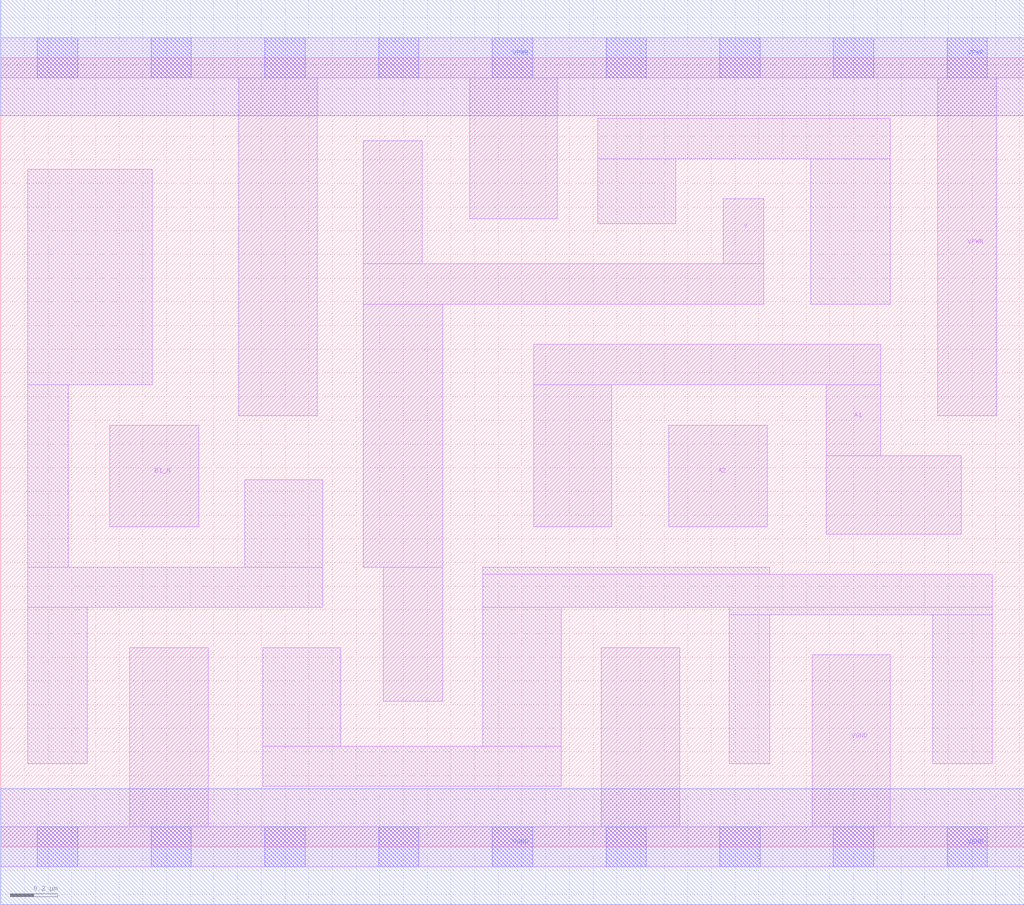
<source format=lef>
# Copyright 2020 The SkyWater PDK Authors
#
# Licensed under the Apache License, Version 2.0 (the "License");
# you may not use this file except in compliance with the License.
# You may obtain a copy of the License at
#
#     https://www.apache.org/licenses/LICENSE-2.0
#
# Unless required by applicable law or agreed to in writing, software
# distributed under the License is distributed on an "AS IS" BASIS,
# WITHOUT WARRANTIES OR CONDITIONS OF ANY KIND, either express or implied.
# See the License for the specific language governing permissions and
# limitations under the License.
#
# SPDX-License-Identifier: Apache-2.0

VERSION 5.7 ;
  NAMESCASESENSITIVE ON ;
  NOWIREEXTENSIONATPIN ON ;
  DIVIDERCHAR "/" ;
  BUSBITCHARS "[]" ;
UNITS
  DATABASE MICRONS 200 ;
END UNITS
MACRO sky130_fd_sc_ls__o21bai_2
  CLASS CORE ;
  SOURCE USER ;
  FOREIGN sky130_fd_sc_ls__o21bai_2 ;
  ORIGIN  0.000000  0.000000 ;
  SIZE  4.320000 BY  3.330000 ;
  SYMMETRY X Y ;
  SITE unit ;
  PIN A1
    ANTENNAGATEAREA  0.558000 ;
    DIRECTION INPUT ;
    USE SIGNAL ;
    PORT
      LAYER li1 ;
        RECT 2.250000 1.350000 2.580000 1.950000 ;
        RECT 2.250000 1.950000 3.715000 2.120000 ;
        RECT 3.485000 1.320000 4.055000 1.650000 ;
        RECT 3.485000 1.650000 3.715000 1.950000 ;
    END
  END A1
  PIN A2
    ANTENNAGATEAREA  0.558000 ;
    DIRECTION INPUT ;
    USE SIGNAL ;
    PORT
      LAYER li1 ;
        RECT 2.820000 1.350000 3.235000 1.780000 ;
    END
  END A2
  PIN B1_N
    ANTENNAGATEAREA  0.246000 ;
    DIRECTION INPUT ;
    USE SIGNAL ;
    PORT
      LAYER li1 ;
        RECT 0.460000 1.350000 0.835000 1.780000 ;
    END
  END B1_N
  PIN Y
    ANTENNADIFFAREA  0.879200 ;
    DIRECTION OUTPUT ;
    USE SIGNAL ;
    PORT
      LAYER li1 ;
        RECT 1.530000 1.180000 1.865000 2.290000 ;
        RECT 1.530000 2.290000 3.220000 2.460000 ;
        RECT 1.530000 2.460000 1.780000 2.980000 ;
        RECT 1.615000 0.615000 1.865000 1.180000 ;
        RECT 3.050000 2.460000 3.220000 2.735000 ;
    END
  END Y
  PIN VGND
    DIRECTION INOUT ;
    SHAPE ABUTMENT ;
    USE GROUND ;
    PORT
      LAYER li1 ;
        RECT 0.000000 -0.085000 4.320000 0.085000 ;
        RECT 0.545000  0.085000 0.875000 0.840000 ;
        RECT 2.535000  0.085000 2.865000 0.840000 ;
        RECT 3.425000  0.085000 3.755000 0.810000 ;
      LAYER mcon ;
        RECT 0.155000 -0.085000 0.325000 0.085000 ;
        RECT 0.635000 -0.085000 0.805000 0.085000 ;
        RECT 1.115000 -0.085000 1.285000 0.085000 ;
        RECT 1.595000 -0.085000 1.765000 0.085000 ;
        RECT 2.075000 -0.085000 2.245000 0.085000 ;
        RECT 2.555000 -0.085000 2.725000 0.085000 ;
        RECT 3.035000 -0.085000 3.205000 0.085000 ;
        RECT 3.515000 -0.085000 3.685000 0.085000 ;
        RECT 3.995000 -0.085000 4.165000 0.085000 ;
      LAYER met1 ;
        RECT 0.000000 -0.245000 4.320000 0.245000 ;
    END
  END VGND
  PIN VPWR
    DIRECTION INOUT ;
    SHAPE ABUTMENT ;
    USE POWER ;
    PORT
      LAYER li1 ;
        RECT 0.000000 3.245000 4.320000 3.415000 ;
        RECT 1.005000 1.820000 1.335000 3.245000 ;
        RECT 1.980000 2.650000 2.350000 3.245000 ;
        RECT 3.955000 1.820000 4.205000 3.245000 ;
      LAYER mcon ;
        RECT 0.155000 3.245000 0.325000 3.415000 ;
        RECT 0.635000 3.245000 0.805000 3.415000 ;
        RECT 1.115000 3.245000 1.285000 3.415000 ;
        RECT 1.595000 3.245000 1.765000 3.415000 ;
        RECT 2.075000 3.245000 2.245000 3.415000 ;
        RECT 2.555000 3.245000 2.725000 3.415000 ;
        RECT 3.035000 3.245000 3.205000 3.415000 ;
        RECT 3.515000 3.245000 3.685000 3.415000 ;
        RECT 3.995000 3.245000 4.165000 3.415000 ;
      LAYER met1 ;
        RECT 0.000000 3.085000 4.320000 3.575000 ;
    END
  END VPWR
  OBS
    LAYER li1 ;
      RECT 0.115000 0.350000 0.365000 1.010000 ;
      RECT 0.115000 1.010000 1.360000 1.180000 ;
      RECT 0.115000 1.180000 0.285000 1.950000 ;
      RECT 0.115000 1.950000 0.640000 2.860000 ;
      RECT 1.030000 1.180000 1.360000 1.550000 ;
      RECT 1.105000 0.255000 2.365000 0.425000 ;
      RECT 1.105000 0.425000 1.435000 0.840000 ;
      RECT 2.035000 0.425000 2.365000 1.010000 ;
      RECT 2.035000 1.010000 4.185000 1.150000 ;
      RECT 2.035000 1.150000 3.245000 1.180000 ;
      RECT 2.520000 2.630000 2.850000 2.905000 ;
      RECT 2.520000 2.905000 3.755000 3.075000 ;
      RECT 3.075000 0.350000 3.245000 0.980000 ;
      RECT 3.075000 0.980000 4.185000 1.010000 ;
      RECT 3.420000 2.290000 3.755000 2.905000 ;
      RECT 3.935000 0.350000 4.185000 0.980000 ;
  END
END sky130_fd_sc_ls__o21bai_2

</source>
